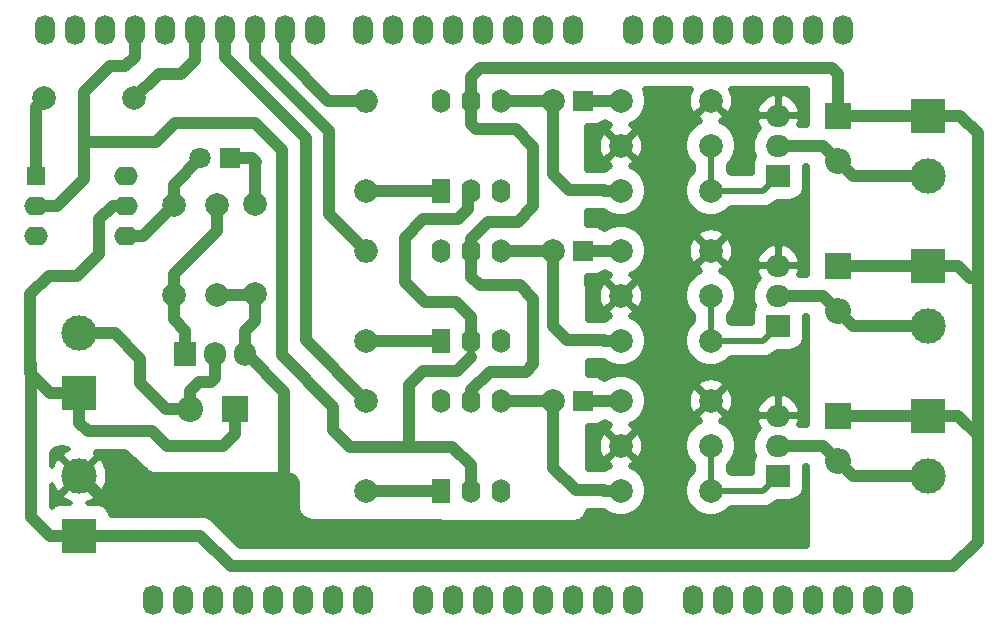
<source format=gbr>
G04 #@! TF.GenerationSoftware,KiCad,Pcbnew,(5.1.0)-1*
G04 #@! TF.CreationDate,2021-05-18T23:18:49-03:00*
G04 #@! TF.ProjectId,Arduino_Mega_Solenoid_Shield_r01,41726475-696e-46f5-9f4d-6567615f536f,rev?*
G04 #@! TF.SameCoordinates,Original*
G04 #@! TF.FileFunction,Copper,L2,Bot*
G04 #@! TF.FilePolarity,Positive*
%FSLAX46Y46*%
G04 Gerber Fmt 4.6, Leading zero omitted, Abs format (unit mm)*
G04 Created by KiCad (PCBNEW (5.1.0)-1) date 2021-05-18 23:18:49*
%MOMM*%
%LPD*%
G04 APERTURE LIST*
%ADD10O,2.000000X1.600000*%
%ADD11R,1.600000X1.600000*%
%ADD12C,2.000000*%
%ADD13O,1.905000X2.000000*%
%ADD14R,1.905000X2.000000*%
%ADD15C,3.000000*%
%ADD16R,3.000000X3.000000*%
%ADD17R,1.800000X1.800000*%
%ADD18C,1.800000*%
%ADD19O,2.200000X2.200000*%
%ADD20R,2.200000X2.200000*%
%ADD21O,2.000000X2.000000*%
%ADD22R,1.600000X2.000000*%
%ADD23O,1.600000X2.000000*%
%ADD24O,1.727200X2.532000*%
%ADD25R,2.000000X1.905000*%
%ADD26O,2.000000X1.905000*%
%ADD27C,1.000000*%
%ADD28C,0.500000*%
G04 APERTURE END LIST*
D10*
X129057400Y-83210400D03*
X121437400Y-88290400D03*
X129057400Y-85750400D03*
X121437400Y-85750400D03*
X129057400Y-88290400D03*
D11*
X121437400Y-83210400D03*
D12*
X139954000Y-85623400D03*
X139954000Y-93243400D03*
X136753600Y-85648800D03*
X136753600Y-93268800D03*
X133121400Y-85648800D03*
X133121400Y-93268800D03*
X129768600Y-76657200D03*
X122148600Y-76657200D03*
D13*
X139166600Y-98323400D03*
X136626600Y-98323400D03*
D14*
X134086600Y-98323400D03*
D15*
X125120400Y-96545400D03*
D16*
X125120400Y-101625400D03*
D17*
X137871200Y-81737200D03*
D18*
X135331200Y-81737200D03*
D19*
X134518400Y-102971600D03*
D20*
X138328400Y-102971600D03*
D21*
X149377400Y-76835000D03*
D12*
X149377400Y-84455000D03*
D22*
X155727400Y-84455000D03*
D23*
X160807400Y-76835000D03*
X158267400Y-84455000D03*
X158267400Y-76835000D03*
X160807400Y-84455000D03*
X155727400Y-76835000D03*
D22*
X155727400Y-97155000D03*
D23*
X160807400Y-89535000D03*
X158267400Y-97155000D03*
X158267400Y-89535000D03*
X160807400Y-97155000D03*
X155727400Y-89535000D03*
X155727400Y-102235000D03*
X160807400Y-109855000D03*
X158267400Y-102235000D03*
X158267400Y-109855000D03*
X160807400Y-102235000D03*
D22*
X155727400Y-109855000D03*
D24*
X171958000Y-70866000D03*
X174498000Y-70866000D03*
X177038000Y-70866000D03*
X179578000Y-70866000D03*
X182118000Y-70866000D03*
X184658000Y-70866000D03*
X187198000Y-70866000D03*
X189738000Y-70866000D03*
X149098000Y-70866000D03*
X151638000Y-70866000D03*
X154178000Y-70866000D03*
X156718000Y-70866000D03*
X159258000Y-70866000D03*
X161798000Y-70866000D03*
X164338000Y-70866000D03*
X166878000Y-70866000D03*
X122174000Y-70866000D03*
X124714000Y-70866000D03*
X127254000Y-70866000D03*
X129794000Y-70866000D03*
X132334000Y-70866000D03*
X134874000Y-70866000D03*
X137414000Y-70866000D03*
X139954000Y-70866000D03*
X142494000Y-70866000D03*
X145034000Y-70866000D03*
X177038000Y-119126000D03*
X179578000Y-119126000D03*
X182118000Y-119126000D03*
X184658000Y-119126000D03*
X187198000Y-119126000D03*
X189738000Y-119126000D03*
X192278000Y-119126000D03*
X194818000Y-119126000D03*
X154178000Y-119126000D03*
X156718000Y-119126000D03*
X159258000Y-119126000D03*
X161798000Y-119126000D03*
X164338000Y-119126000D03*
X166878000Y-119126000D03*
X169418000Y-119126000D03*
X171958000Y-119126000D03*
X131318000Y-119126000D03*
X133858000Y-119126000D03*
X136398000Y-119126000D03*
X138938000Y-119126000D03*
X141478000Y-119126000D03*
X144018000Y-119126000D03*
X146558000Y-119126000D03*
X149098000Y-119126000D03*
D19*
X189382400Y-107315000D03*
D20*
X189382400Y-103505000D03*
D19*
X189382400Y-94615000D03*
D20*
X189382400Y-90805000D03*
D19*
X189382400Y-81915000D03*
D20*
X189382400Y-78105000D03*
D12*
X178587400Y-106045000D03*
X170967400Y-106045000D03*
X178587400Y-93345000D03*
X170967400Y-93345000D03*
X178587400Y-80645000D03*
X170967400Y-80645000D03*
X170967400Y-109855000D03*
X178587400Y-109855000D03*
X170967400Y-97155000D03*
X178587400Y-97155000D03*
X170967400Y-84455000D03*
X178587400Y-84455000D03*
X170967400Y-102235000D03*
X178587400Y-102235000D03*
X170967400Y-89535000D03*
X178587400Y-89535000D03*
X170967400Y-76835000D03*
X178587400Y-76835000D03*
X149377400Y-102235000D03*
X149377400Y-109855000D03*
D21*
X149377400Y-89535000D03*
D12*
X149377400Y-97155000D03*
D17*
X167792400Y-76835000D03*
D12*
X165252400Y-76835000D03*
D17*
X167792400Y-89535000D03*
D12*
X165252400Y-89535000D03*
D17*
X167792400Y-102235000D03*
D12*
X165252400Y-102235000D03*
D16*
X197002400Y-78105000D03*
D15*
X197002400Y-83185000D03*
X197002400Y-95885000D03*
D16*
X197002400Y-90805000D03*
X197002400Y-103505000D03*
D15*
X197002400Y-108585000D03*
X125095000Y-108585000D03*
D16*
X125095000Y-113665000D03*
D25*
X184302400Y-83185000D03*
D26*
X184302400Y-80645000D03*
X184302400Y-78105000D03*
X184302400Y-90805000D03*
X184302400Y-93345000D03*
D25*
X184302400Y-95885000D03*
D26*
X184302400Y-103505000D03*
X184302400Y-106045000D03*
D25*
X184302400Y-108585000D03*
D27*
X139928600Y-93268800D02*
X139954000Y-93243400D01*
X136753600Y-93268800D02*
X139928600Y-93268800D01*
X139166600Y-96323400D02*
X139960600Y-95529400D01*
X139166600Y-98323400D02*
X139166600Y-96323400D01*
X139954000Y-95522800D02*
X139954000Y-93243400D01*
X139960600Y-95529400D02*
X139954000Y-95522800D01*
X139166600Y-98323400D02*
X139268200Y-98323400D01*
X139268200Y-98323400D02*
X142468600Y-101523800D01*
X125095000Y-108585000D02*
X126594999Y-110084999D01*
X142468600Y-101523800D02*
X142468600Y-109220000D01*
X142468600Y-109220000D02*
X142468600Y-112471200D01*
X134874000Y-73380600D02*
X134874000Y-70866000D01*
X133680200Y-74574400D02*
X134874000Y-73380600D01*
X129768600Y-76657200D02*
X131851400Y-74574400D01*
X131851400Y-74574400D02*
X133680200Y-74574400D01*
X137414000Y-73132000D02*
X144272000Y-79990000D01*
X137414000Y-70866000D02*
X137414000Y-73132000D01*
X144272000Y-97129600D02*
X149377400Y-102235000D01*
X144272000Y-79990000D02*
X144272000Y-97129600D01*
X139954000Y-73132000D02*
X146253200Y-79431200D01*
X139954000Y-70866000D02*
X139954000Y-73132000D01*
X146253200Y-86410800D02*
X149377400Y-89535000D01*
X146253200Y-79431200D02*
X146253200Y-86410800D01*
X147963187Y-76835000D02*
X149377400Y-76835000D01*
X146197000Y-76835000D02*
X147963187Y-76835000D01*
X142494000Y-73132000D02*
X146197000Y-76835000D01*
X142494000Y-70866000D02*
X142494000Y-73132000D01*
X170967400Y-76835000D02*
X167792400Y-76835000D01*
X160807400Y-76835000D02*
X165252400Y-76835000D01*
X169553187Y-84455000D02*
X169527787Y-84429600D01*
X170967400Y-84455000D02*
X169553187Y-84455000D01*
X169527787Y-84429600D02*
X166598600Y-84429600D01*
X165252400Y-83083400D02*
X165252400Y-76835000D01*
X166598600Y-84429600D02*
X165252400Y-83083400D01*
X170967400Y-89535000D02*
X167792400Y-89535000D01*
X160807400Y-89535000D02*
X165252400Y-89535000D01*
X169553187Y-97155000D02*
X169527787Y-97129600D01*
X170967400Y-97155000D02*
X169553187Y-97155000D01*
X169527787Y-97129600D02*
X166420800Y-97129600D01*
X165252400Y-95961200D02*
X165252400Y-89535000D01*
X166420800Y-97129600D02*
X165252400Y-95961200D01*
X170967400Y-102235000D02*
X167792400Y-102235000D01*
X160807400Y-102235000D02*
X165252400Y-102235000D01*
X169553187Y-109855000D02*
X169502387Y-109804200D01*
X170967400Y-109855000D02*
X169553187Y-109855000D01*
X169502387Y-109804200D02*
X167132000Y-109804200D01*
X165252400Y-107924600D02*
X165252400Y-102235000D01*
X167132000Y-109804200D02*
X165252400Y-107924600D01*
X188112400Y-80645000D02*
X189382400Y-81915000D01*
X184302400Y-80645000D02*
X188112400Y-80645000D01*
X190652400Y-83185000D02*
X197002400Y-83185000D01*
X189382400Y-81915000D02*
X190652400Y-83185000D01*
X138328400Y-105071600D02*
X138328400Y-102971600D01*
X125120400Y-101625400D02*
X125120400Y-104125400D01*
X125120400Y-104125400D02*
X125846200Y-104851200D01*
X125846200Y-104851200D02*
X131292600Y-104851200D01*
X131292600Y-104851200D02*
X132537200Y-106095800D01*
X132537200Y-106095800D02*
X137304200Y-106095800D01*
X137304200Y-106095800D02*
X138328400Y-105071600D01*
X122620400Y-101625400D02*
X125120400Y-101625400D01*
X120929400Y-99934400D02*
X122620400Y-101625400D01*
X129057400Y-85750400D02*
X127926030Y-85750400D01*
X127926030Y-85750400D02*
X126771400Y-86905030D01*
X126771400Y-86905030D02*
X126771400Y-89789000D01*
X126771400Y-89789000D02*
X124891800Y-91668600D01*
X124891800Y-91668600D02*
X122504200Y-91668600D01*
X122504200Y-91668600D02*
X120929400Y-93243400D01*
X199502400Y-103505000D02*
X197002400Y-103505000D01*
X125095000Y-113665000D02*
X135356600Y-113665000D01*
X135356600Y-113665000D02*
X137972800Y-116281200D01*
X137972800Y-116281200D02*
X199059800Y-116281200D01*
X199059800Y-116281200D02*
X201168000Y-114173000D01*
X201168000Y-114173000D02*
X201168000Y-105170600D01*
X201168000Y-105170600D02*
X199502400Y-103505000D01*
X197002400Y-103505000D02*
X189382400Y-103505000D01*
X199669400Y-78105000D02*
X189382400Y-78105000D01*
X201168000Y-79603600D02*
X199669400Y-78105000D01*
X189382400Y-90805000D02*
X197002400Y-90805000D01*
X200518400Y-91821000D02*
X201168000Y-91821000D01*
X199502400Y-90805000D02*
X200518400Y-91821000D01*
X197002400Y-90805000D02*
X199502400Y-90805000D01*
X201168000Y-105170600D02*
X201168000Y-91821000D01*
X201168000Y-91821000D02*
X201168000Y-79603600D01*
X122595000Y-113665000D02*
X121031000Y-112101000D01*
X125095000Y-113665000D02*
X122595000Y-113665000D01*
X121031000Y-99110800D02*
X120929400Y-99009200D01*
X121031000Y-112101000D02*
X121031000Y-99110800D01*
X120929400Y-93243400D02*
X120929400Y-99009200D01*
X120929400Y-99009200D02*
X120929400Y-99934400D01*
X158267400Y-91535000D02*
X158267400Y-89535000D01*
X158267400Y-91744800D02*
X158267400Y-91535000D01*
X159004000Y-92481400D02*
X158267400Y-91744800D01*
X162382200Y-92481400D02*
X159004000Y-92481400D01*
X158267400Y-101371400D02*
X159842200Y-99796600D01*
X159842200Y-99796600D02*
X162915600Y-99796600D01*
X158267400Y-102235000D02*
X158267400Y-101371400D01*
X162915600Y-99796600D02*
X163550600Y-99161600D01*
X163550600Y-99161600D02*
X163550600Y-93649800D01*
X163550600Y-93649800D02*
X162382200Y-92481400D01*
X158267400Y-78835000D02*
X158267400Y-76835000D01*
X158705800Y-79273400D02*
X158267400Y-78835000D01*
X158267400Y-89535000D02*
X158267400Y-88569800D01*
X158267400Y-88569800D02*
X159740600Y-87096600D01*
X162077400Y-79273400D02*
X158705800Y-79273400D01*
X159740600Y-87096600D02*
X162255200Y-87096600D01*
X162255200Y-87096600D02*
X163550600Y-85801200D01*
X163550600Y-85801200D02*
X163550600Y-80746600D01*
X163550600Y-80746600D02*
X162077400Y-79273400D01*
X158267400Y-74835000D02*
X159036000Y-74066400D01*
X158267400Y-76835000D02*
X158267400Y-74835000D01*
X159036000Y-74066400D02*
X188823600Y-74066400D01*
X189382400Y-74625200D02*
X189382400Y-78105000D01*
X188823600Y-74066400D02*
X189382400Y-74625200D01*
X190652400Y-95885000D02*
X189382400Y-94615000D01*
X197002400Y-95885000D02*
X190652400Y-95885000D01*
X188112400Y-93345000D02*
X189382400Y-94615000D01*
X184302400Y-93345000D02*
X188112400Y-93345000D01*
X190652400Y-108585000D02*
X189382400Y-107315000D01*
X197002400Y-108585000D02*
X190652400Y-108585000D01*
X188112400Y-106045000D02*
X189382400Y-107315000D01*
X184302400Y-106045000D02*
X188112400Y-106045000D01*
D28*
X178587400Y-80645000D02*
X178587400Y-84455000D01*
X183032400Y-84455000D02*
X184302400Y-83185000D01*
X178587400Y-84455000D02*
X183032400Y-84455000D01*
X178587400Y-93345000D02*
X178587400Y-97155000D01*
X183032400Y-97155000D02*
X184302400Y-95885000D01*
X178587400Y-97155000D02*
X183032400Y-97155000D01*
X178587400Y-106045000D02*
X178587400Y-109855000D01*
X183032400Y-109855000D02*
X184302400Y-108585000D01*
X178587400Y-109855000D02*
X183032400Y-109855000D01*
D27*
X149377400Y-84455000D02*
X155727400Y-84455000D01*
X149377400Y-97155000D02*
X155727400Y-97155000D01*
X149377400Y-109855000D02*
X155727400Y-109855000D01*
X129794000Y-73132000D02*
X128986600Y-73939400D01*
X129794000Y-70866000D02*
X129794000Y-73132000D01*
X128986600Y-73939400D02*
X127685800Y-73939400D01*
X127685800Y-73939400D02*
X125526800Y-76098400D01*
X123215400Y-85750400D02*
X121437400Y-85750400D01*
X125526800Y-83439000D02*
X123215400Y-85750400D01*
X125526800Y-80314800D02*
X125526800Y-83439000D01*
X125526800Y-76098400D02*
X125526800Y-80314800D01*
X158267400Y-107721400D02*
X158267400Y-109855000D01*
X156692600Y-106146600D02*
X158267400Y-107721400D01*
X153035000Y-106146600D02*
X156692600Y-106146600D01*
X148031200Y-106146600D02*
X153035000Y-106146600D01*
X146608800Y-104724200D02*
X148031200Y-106146600D01*
X146608800Y-102768400D02*
X146608800Y-104724200D01*
X142240000Y-98399600D02*
X146608800Y-102768400D01*
X125526800Y-80314800D02*
X131597400Y-80314800D01*
X142240000Y-82143600D02*
X142240000Y-98399600D01*
X133172200Y-78740000D02*
X139954000Y-78740000D01*
X131597400Y-80314800D02*
X133172200Y-78740000D01*
X139954000Y-78740000D02*
X142265400Y-81051400D01*
X142265400Y-81051400D02*
X142265400Y-82118200D01*
X142265400Y-82118200D02*
X142240000Y-82143600D01*
X153035000Y-100888800D02*
X154228800Y-99695000D01*
X153035000Y-106146600D02*
X153035000Y-100888800D01*
X154228800Y-99695000D02*
X156972000Y-99695000D01*
X156972000Y-99695000D02*
X157073600Y-99695000D01*
X157073600Y-99695000D02*
X158242000Y-98526600D01*
X158267400Y-95155000D02*
X156990800Y-93878400D01*
X158267400Y-97155000D02*
X158267400Y-95155000D01*
X156990800Y-93878400D02*
X154355800Y-93878400D01*
X154355800Y-93878400D02*
X152654000Y-92176600D01*
X152654000Y-92176600D02*
X152654000Y-88468200D01*
X152654000Y-88468200D02*
X154228800Y-86893400D01*
X154228800Y-86893400D02*
X157175200Y-86893400D01*
X157175200Y-86893400D02*
X158038800Y-86029800D01*
X158038800Y-84683600D02*
X158267400Y-84455000D01*
X158038800Y-86029800D02*
X158038800Y-84683600D01*
X136626600Y-100323400D02*
X136626600Y-98323400D01*
X136289800Y-100660200D02*
X136626600Y-100323400D01*
X135274166Y-100660200D02*
X136289800Y-100660200D01*
X134518400Y-101415966D02*
X135274166Y-100660200D01*
X134518400Y-102971600D02*
X134518400Y-101415966D01*
X132435600Y-102971600D02*
X134518400Y-102971600D01*
X130225800Y-100761800D02*
X132435600Y-102971600D01*
X130225800Y-98679000D02*
X130225800Y-100761800D01*
X125120400Y-96545400D02*
X128092200Y-96545400D01*
X128092200Y-96545400D02*
X130225800Y-98679000D01*
X130479800Y-88290400D02*
X133121400Y-85648800D01*
X129057400Y-88290400D02*
X130479800Y-88290400D01*
X133121400Y-83947000D02*
X135331200Y-81737200D01*
X133121400Y-85648800D02*
X133121400Y-83947000D01*
X139771200Y-81737200D02*
X140055600Y-82021600D01*
X137871200Y-81737200D02*
X139771200Y-81737200D01*
X139954000Y-82123200D02*
X139954000Y-85623400D01*
X140055600Y-82021600D02*
X139954000Y-82123200D01*
X133121400Y-93268800D02*
X133121400Y-91490800D01*
X136753600Y-86780170D02*
X136753600Y-85648800D01*
X136753600Y-87858600D02*
X136753600Y-86780170D01*
X133121400Y-91490800D02*
X136753600Y-87858600D01*
X133121400Y-95358200D02*
X133121400Y-93268800D01*
X134086600Y-98323400D02*
X134086600Y-96323400D01*
X134086600Y-96323400D02*
X133121400Y-95358200D01*
X121437400Y-77368400D02*
X122148600Y-76657200D01*
X121437400Y-83210400D02*
X121437400Y-77368400D01*
D28*
G36*
X176787599Y-76060338D02*
G01*
X176671053Y-76426347D01*
X176628151Y-76808060D01*
X176660542Y-77190808D01*
X176766980Y-77559883D01*
X176943377Y-77901101D01*
X176973311Y-77945901D01*
X177334966Y-78016723D01*
X178516689Y-76835000D01*
X178502547Y-76820858D01*
X178573258Y-76750147D01*
X178587400Y-76764289D01*
X178601542Y-76750147D01*
X178672253Y-76820858D01*
X178658111Y-76835000D01*
X179839834Y-78016723D01*
X180201489Y-77945901D01*
X180305214Y-77758102D01*
X182384294Y-77758102D01*
X182590651Y-78055000D01*
X184252400Y-78055000D01*
X184252400Y-76440033D01*
X184352400Y-76440033D01*
X184352400Y-78055000D01*
X186014149Y-78055000D01*
X186220506Y-77758102D01*
X186200385Y-77663310D01*
X186078659Y-77310785D01*
X185890498Y-76988781D01*
X185643132Y-76709673D01*
X185346068Y-76484187D01*
X185010722Y-76320988D01*
X184649981Y-76226347D01*
X184352400Y-76440033D01*
X184252400Y-76440033D01*
X183954819Y-76226347D01*
X183594078Y-76320988D01*
X183258732Y-76484187D01*
X182961668Y-76709673D01*
X182714302Y-76988781D01*
X182526141Y-77310785D01*
X182404415Y-77663310D01*
X182384294Y-77758102D01*
X180305214Y-77758102D01*
X180387201Y-77609662D01*
X180503747Y-77243653D01*
X180546649Y-76861940D01*
X180514258Y-76479192D01*
X180407820Y-76110117D01*
X180255979Y-75816400D01*
X186694000Y-75816400D01*
X186694000Y-78895000D01*
X186080114Y-78895000D01*
X186200385Y-78546690D01*
X186220506Y-78451898D01*
X186014149Y-78155000D01*
X184352400Y-78155000D01*
X184352400Y-78175000D01*
X184252400Y-78175000D01*
X184252400Y-78155000D01*
X182590651Y-78155000D01*
X182384294Y-78451898D01*
X182404415Y-78546690D01*
X182526141Y-78899215D01*
X182656000Y-79121445D01*
X182414728Y-79415436D01*
X182210210Y-79798062D01*
X182084269Y-80213235D01*
X182041744Y-80645000D01*
X182084269Y-81076765D01*
X182210210Y-81491938D01*
X182245544Y-81558044D01*
X182141963Y-81751831D01*
X182070487Y-81987457D01*
X182046352Y-82232500D01*
X182046352Y-82955000D01*
X180269381Y-82955000D01*
X180087400Y-82773019D01*
X180087400Y-82326981D01*
X180335089Y-82079292D01*
X180581324Y-81710775D01*
X180750934Y-81301301D01*
X180837400Y-80866606D01*
X180837400Y-80423394D01*
X180750934Y-79988699D01*
X180581324Y-79579225D01*
X180335089Y-79210708D01*
X180021692Y-78897311D01*
X179653175Y-78651076D01*
X179468587Y-78574617D01*
X179653501Y-78479023D01*
X179698301Y-78449089D01*
X179769123Y-78087434D01*
X178587400Y-76905711D01*
X177405677Y-78087434D01*
X177476499Y-78449089D01*
X177704818Y-78575195D01*
X177521625Y-78651076D01*
X177153108Y-78897311D01*
X176839711Y-79210708D01*
X176593476Y-79579225D01*
X176423866Y-79988699D01*
X176337400Y-80423394D01*
X176337400Y-80866606D01*
X176423866Y-81301301D01*
X176593476Y-81710775D01*
X176839711Y-82079292D01*
X177087400Y-82326981D01*
X177087401Y-82773018D01*
X176839711Y-83020708D01*
X176593476Y-83389225D01*
X176423866Y-83798699D01*
X176337400Y-84233394D01*
X176337400Y-84676606D01*
X176423866Y-85111301D01*
X176593476Y-85520775D01*
X176839711Y-85889292D01*
X177153108Y-86202689D01*
X177521625Y-86448924D01*
X177931099Y-86618534D01*
X178365794Y-86705000D01*
X178809006Y-86705000D01*
X179243701Y-86618534D01*
X179653175Y-86448924D01*
X180021692Y-86202689D01*
X180269381Y-85955000D01*
X182958720Y-85955000D01*
X183032400Y-85962257D01*
X183106080Y-85955000D01*
X183326451Y-85933295D01*
X183609202Y-85847524D01*
X183869787Y-85708238D01*
X184098192Y-85520792D01*
X184145169Y-85463550D01*
X184215171Y-85393548D01*
X185302400Y-85393548D01*
X185547443Y-85369413D01*
X185783069Y-85297937D01*
X186000223Y-85181866D01*
X186190560Y-85025660D01*
X186346766Y-84835323D01*
X186462837Y-84618169D01*
X186534313Y-84382543D01*
X186558448Y-84137500D01*
X186558448Y-82395000D01*
X186694000Y-82395000D01*
X186694000Y-91595000D01*
X186080114Y-91595000D01*
X186200385Y-91246690D01*
X186220506Y-91151898D01*
X186014149Y-90855000D01*
X184352400Y-90855000D01*
X184352400Y-90875000D01*
X184252400Y-90875000D01*
X184252400Y-90855000D01*
X182590651Y-90855000D01*
X182384294Y-91151898D01*
X182404415Y-91246690D01*
X182526141Y-91599215D01*
X182656000Y-91821445D01*
X182414728Y-92115436D01*
X182210210Y-92498062D01*
X182084269Y-92913235D01*
X182041744Y-93345000D01*
X182084269Y-93776765D01*
X182210210Y-94191938D01*
X182245544Y-94258044D01*
X182141963Y-94451831D01*
X182070487Y-94687457D01*
X182046352Y-94932500D01*
X182046352Y-95655000D01*
X180269381Y-95655000D01*
X180087400Y-95473019D01*
X180087400Y-95026981D01*
X180335089Y-94779292D01*
X180581324Y-94410775D01*
X180750934Y-94001301D01*
X180837400Y-93566606D01*
X180837400Y-93123394D01*
X180750934Y-92688699D01*
X180581324Y-92279225D01*
X180335089Y-91910708D01*
X180021692Y-91597311D01*
X179653175Y-91351076D01*
X179468587Y-91274617D01*
X179653501Y-91179023D01*
X179698301Y-91149089D01*
X179769123Y-90787434D01*
X178587400Y-89605711D01*
X177405677Y-90787434D01*
X177476499Y-91149089D01*
X177704818Y-91275195D01*
X177521625Y-91351076D01*
X177153108Y-91597311D01*
X176839711Y-91910708D01*
X176593476Y-92279225D01*
X176423866Y-92688699D01*
X176337400Y-93123394D01*
X176337400Y-93566606D01*
X176423866Y-94001301D01*
X176593476Y-94410775D01*
X176839711Y-94779292D01*
X177087400Y-95026981D01*
X177087401Y-95473018D01*
X176839711Y-95720708D01*
X176593476Y-96089225D01*
X176423866Y-96498699D01*
X176337400Y-96933394D01*
X176337400Y-97376606D01*
X176423866Y-97811301D01*
X176593476Y-98220775D01*
X176839711Y-98589292D01*
X177153108Y-98902689D01*
X177521625Y-99148924D01*
X177931099Y-99318534D01*
X178365794Y-99405000D01*
X178809006Y-99405000D01*
X179243701Y-99318534D01*
X179653175Y-99148924D01*
X180021692Y-98902689D01*
X180269381Y-98655000D01*
X182958720Y-98655000D01*
X183032400Y-98662257D01*
X183106080Y-98655000D01*
X183326451Y-98633295D01*
X183609202Y-98547524D01*
X183869787Y-98408238D01*
X184098192Y-98220792D01*
X184145169Y-98163550D01*
X184215171Y-98093548D01*
X185302400Y-98093548D01*
X185547443Y-98069413D01*
X185783069Y-97997937D01*
X186000223Y-97881866D01*
X186190560Y-97725660D01*
X186346766Y-97535323D01*
X186462837Y-97318169D01*
X186534313Y-97082543D01*
X186558448Y-96837500D01*
X186558448Y-95095000D01*
X186694000Y-95095000D01*
X186694000Y-104295000D01*
X186080114Y-104295000D01*
X186200385Y-103946690D01*
X186220506Y-103851898D01*
X186014149Y-103555000D01*
X184352400Y-103555000D01*
X184352400Y-103575000D01*
X184252400Y-103575000D01*
X184252400Y-103555000D01*
X182590651Y-103555000D01*
X182384294Y-103851898D01*
X182404415Y-103946690D01*
X182526141Y-104299215D01*
X182656000Y-104521445D01*
X182414728Y-104815436D01*
X182210210Y-105198062D01*
X182084269Y-105613235D01*
X182041744Y-106045000D01*
X182084269Y-106476765D01*
X182210210Y-106891938D01*
X182245544Y-106958044D01*
X182141963Y-107151831D01*
X182070487Y-107387457D01*
X182046352Y-107632500D01*
X182046352Y-108355000D01*
X180269381Y-108355000D01*
X180087400Y-108173019D01*
X180087400Y-107726981D01*
X180335089Y-107479292D01*
X180581324Y-107110775D01*
X180750934Y-106701301D01*
X180837400Y-106266606D01*
X180837400Y-105823394D01*
X180750934Y-105388699D01*
X180581324Y-104979225D01*
X180335089Y-104610708D01*
X180021692Y-104297311D01*
X179653175Y-104051076D01*
X179468587Y-103974617D01*
X179653501Y-103879023D01*
X179698301Y-103849089D01*
X179769123Y-103487434D01*
X178587400Y-102305711D01*
X177405677Y-103487434D01*
X177476499Y-103849089D01*
X177704818Y-103975195D01*
X177521625Y-104051076D01*
X177153108Y-104297311D01*
X176839711Y-104610708D01*
X176593476Y-104979225D01*
X176423866Y-105388699D01*
X176337400Y-105823394D01*
X176337400Y-106266606D01*
X176423866Y-106701301D01*
X176593476Y-107110775D01*
X176839711Y-107479292D01*
X177087400Y-107726981D01*
X177087401Y-108173018D01*
X176839711Y-108420708D01*
X176593476Y-108789225D01*
X176423866Y-109198699D01*
X176337400Y-109633394D01*
X176337400Y-110076606D01*
X176423866Y-110511301D01*
X176593476Y-110920775D01*
X176839711Y-111289292D01*
X177153108Y-111602689D01*
X177521625Y-111848924D01*
X177931099Y-112018534D01*
X178365794Y-112105000D01*
X178809006Y-112105000D01*
X179243701Y-112018534D01*
X179653175Y-111848924D01*
X180021692Y-111602689D01*
X180269381Y-111355000D01*
X182958720Y-111355000D01*
X183032400Y-111362257D01*
X183106080Y-111355000D01*
X183326451Y-111333295D01*
X183609202Y-111247524D01*
X183869787Y-111108238D01*
X184098192Y-110920792D01*
X184145169Y-110863550D01*
X184215171Y-110793548D01*
X185302400Y-110793548D01*
X185547443Y-110769413D01*
X185783069Y-110697937D01*
X186000223Y-110581866D01*
X186190560Y-110425660D01*
X186346766Y-110235323D01*
X186462837Y-110018169D01*
X186534313Y-109782543D01*
X186558448Y-109537500D01*
X186558448Y-107795000D01*
X186694000Y-107795000D01*
X186694000Y-114531200D01*
X138697673Y-114531200D01*
X136654829Y-112488356D01*
X136600024Y-112421576D01*
X136333552Y-112202888D01*
X136029536Y-112040388D01*
X135699660Y-111940321D01*
X135442568Y-111915000D01*
X135442565Y-111915000D01*
X135356600Y-111906533D01*
X135270635Y-111915000D01*
X127825409Y-111915000D01*
X127755437Y-111684331D01*
X127639366Y-111467177D01*
X127483160Y-111276840D01*
X127292823Y-111120634D01*
X127075669Y-111004563D01*
X126840043Y-110933087D01*
X126595000Y-110908952D01*
X125880505Y-110908952D01*
X125993825Y-110876910D01*
X126423683Y-110657520D01*
X126501293Y-110605661D01*
X126632104Y-110192814D01*
X125095000Y-108655711D01*
X123557896Y-110192814D01*
X123688707Y-110605661D01*
X124109940Y-110841189D01*
X124318974Y-110908952D01*
X123595000Y-110908952D01*
X123349957Y-110933087D01*
X123114331Y-111004563D01*
X122897177Y-111120634D01*
X122781000Y-111215978D01*
X122781000Y-109405702D01*
X122803090Y-109483825D01*
X123022480Y-109913683D01*
X123074339Y-109991293D01*
X123487186Y-110122104D01*
X125024289Y-108585000D01*
X125165711Y-108585000D01*
X126702814Y-110122104D01*
X127115661Y-109991293D01*
X127351189Y-109570060D01*
X127500013Y-109110971D01*
X127556413Y-108631670D01*
X127518223Y-108150576D01*
X127386910Y-107686175D01*
X127167520Y-107256317D01*
X127115661Y-107178707D01*
X126702814Y-107047896D01*
X125165711Y-108585000D01*
X125024289Y-108585000D01*
X123487186Y-107047896D01*
X123074339Y-107178707D01*
X122838811Y-107599940D01*
X122781000Y-107778274D01*
X122781000Y-106860500D01*
X122815384Y-106747628D01*
X122885831Y-106616919D01*
X122980685Y-106502682D01*
X123096215Y-106409408D01*
X123227875Y-106340768D01*
X123370498Y-106299455D01*
X123530908Y-106286060D01*
X124189309Y-106296594D01*
X123766317Y-106512480D01*
X123688707Y-106564339D01*
X123557896Y-106977186D01*
X125095000Y-108514289D01*
X126632104Y-106977186D01*
X126512972Y-106601200D01*
X128997931Y-106601200D01*
X130730089Y-108239219D01*
X130748032Y-108254645D01*
X130897084Y-108370992D01*
X130936929Y-108396425D01*
X131105218Y-108482636D01*
X131149141Y-108500115D01*
X131330649Y-108553105D01*
X131377074Y-108562003D01*
X131565312Y-108579880D01*
X131588948Y-108581000D01*
X142777119Y-108581000D01*
X142935483Y-108596598D01*
X143075950Y-108639207D01*
X143205404Y-108708402D01*
X143318875Y-108801525D01*
X143411998Y-108914996D01*
X143481193Y-109044450D01*
X143523802Y-109184917D01*
X143539400Y-109343281D01*
X143539400Y-111246788D01*
X143540597Y-111271226D01*
X143559709Y-111465802D01*
X143569220Y-111513747D01*
X143625827Y-111700885D01*
X143644485Y-111746062D01*
X143736423Y-111918609D01*
X143763513Y-111959292D01*
X143887267Y-112110653D01*
X143921757Y-112145288D01*
X144072597Y-112269676D01*
X144113166Y-112296937D01*
X144285325Y-112389598D01*
X144330423Y-112408445D01*
X144517322Y-112465837D01*
X144565226Y-112475549D01*
X144759720Y-112495478D01*
X144784154Y-112496778D01*
X166984918Y-112589960D01*
X167009575Y-112588845D01*
X167205922Y-112570220D01*
X167254312Y-112560745D01*
X167443184Y-112503945D01*
X167488771Y-112485158D01*
X167662822Y-112392394D01*
X167703835Y-112365026D01*
X167856294Y-112239906D01*
X167891139Y-112205019D01*
X168016076Y-112052410D01*
X168043395Y-112011364D01*
X168135950Y-111837202D01*
X168154683Y-111791591D01*
X168211255Y-111602651D01*
X168220671Y-111554253D01*
X168220676Y-111554200D01*
X169126134Y-111554200D01*
X169210127Y-111579679D01*
X169467219Y-111605000D01*
X169467221Y-111605000D01*
X169548556Y-111613011D01*
X169901625Y-111848924D01*
X170311099Y-112018534D01*
X170745794Y-112105000D01*
X171189006Y-112105000D01*
X171623701Y-112018534D01*
X172033175Y-111848924D01*
X172401692Y-111602689D01*
X172715089Y-111289292D01*
X172961324Y-110920775D01*
X173130934Y-110511301D01*
X173217400Y-110076606D01*
X173217400Y-109633394D01*
X173130934Y-109198699D01*
X172961324Y-108789225D01*
X172715089Y-108420708D01*
X172401692Y-108107311D01*
X172033175Y-107861076D01*
X171848587Y-107784617D01*
X172033501Y-107689023D01*
X172078301Y-107659089D01*
X172149123Y-107297434D01*
X170967400Y-106115711D01*
X169785677Y-107297434D01*
X169856499Y-107659089D01*
X170084818Y-107785195D01*
X169901625Y-107861076D01*
X169609480Y-108056281D01*
X169588355Y-108054200D01*
X169588352Y-108054200D01*
X169502387Y-108045733D01*
X169416422Y-108054200D01*
X168222445Y-108054200D01*
X168211454Y-106018060D01*
X169008151Y-106018060D01*
X169040542Y-106400808D01*
X169146980Y-106769883D01*
X169323377Y-107111101D01*
X169353311Y-107155901D01*
X169714966Y-107226723D01*
X170896689Y-106045000D01*
X171038111Y-106045000D01*
X172219834Y-107226723D01*
X172581489Y-107155901D01*
X172767201Y-106819662D01*
X172883747Y-106453653D01*
X172926649Y-106071940D01*
X172894258Y-105689192D01*
X172787820Y-105320117D01*
X172611423Y-104978899D01*
X172581489Y-104934099D01*
X172219834Y-104863277D01*
X171038111Y-106045000D01*
X170896689Y-106045000D01*
X169714966Y-104863277D01*
X169353311Y-104934099D01*
X169167599Y-105270338D01*
X169051053Y-105636347D01*
X169008151Y-106018060D01*
X168211454Y-106018060D01*
X168202671Y-104391048D01*
X168692400Y-104391048D01*
X168937443Y-104366913D01*
X169173069Y-104295437D01*
X169390223Y-104179366D01*
X169580560Y-104023160D01*
X169585206Y-104017499D01*
X169901625Y-104228924D01*
X170086213Y-104305383D01*
X169901299Y-104400977D01*
X169856499Y-104430911D01*
X169785677Y-104792566D01*
X170967400Y-105974289D01*
X172149123Y-104792566D01*
X172078301Y-104430911D01*
X171849982Y-104304805D01*
X172033175Y-104228924D01*
X172401692Y-103982689D01*
X172715089Y-103669292D01*
X172961324Y-103300775D01*
X173130934Y-102891301D01*
X173217400Y-102456606D01*
X173217400Y-102208060D01*
X176628151Y-102208060D01*
X176660542Y-102590808D01*
X176766980Y-102959883D01*
X176943377Y-103301101D01*
X176973311Y-103345901D01*
X177334966Y-103416723D01*
X178516689Y-102235000D01*
X178658111Y-102235000D01*
X179839834Y-103416723D01*
X180201489Y-103345901D01*
X180305214Y-103158102D01*
X182384294Y-103158102D01*
X182590651Y-103455000D01*
X184252400Y-103455000D01*
X184252400Y-101840033D01*
X184352400Y-101840033D01*
X184352400Y-103455000D01*
X186014149Y-103455000D01*
X186220506Y-103158102D01*
X186200385Y-103063310D01*
X186078659Y-102710785D01*
X185890498Y-102388781D01*
X185643132Y-102109673D01*
X185346068Y-101884187D01*
X185010722Y-101720988D01*
X184649981Y-101626347D01*
X184352400Y-101840033D01*
X184252400Y-101840033D01*
X183954819Y-101626347D01*
X183594078Y-101720988D01*
X183258732Y-101884187D01*
X182961668Y-102109673D01*
X182714302Y-102388781D01*
X182526141Y-102710785D01*
X182404415Y-103063310D01*
X182384294Y-103158102D01*
X180305214Y-103158102D01*
X180387201Y-103009662D01*
X180503747Y-102643653D01*
X180546649Y-102261940D01*
X180514258Y-101879192D01*
X180407820Y-101510117D01*
X180231423Y-101168899D01*
X180201489Y-101124099D01*
X179839834Y-101053277D01*
X178658111Y-102235000D01*
X178516689Y-102235000D01*
X177334966Y-101053277D01*
X176973311Y-101124099D01*
X176787599Y-101460338D01*
X176671053Y-101826347D01*
X176628151Y-102208060D01*
X173217400Y-102208060D01*
X173217400Y-102013394D01*
X173130934Y-101578699D01*
X172961324Y-101169225D01*
X172836603Y-100982566D01*
X177405677Y-100982566D01*
X178587400Y-102164289D01*
X179769123Y-100982566D01*
X179698301Y-100620911D01*
X179362062Y-100435199D01*
X178996053Y-100318653D01*
X178614340Y-100275751D01*
X178231592Y-100308142D01*
X177862517Y-100414580D01*
X177521299Y-100590977D01*
X177476499Y-100620911D01*
X177405677Y-100982566D01*
X172836603Y-100982566D01*
X172715089Y-100800708D01*
X172401692Y-100487311D01*
X172033175Y-100241076D01*
X171623701Y-100071466D01*
X171189006Y-99985000D01*
X170745794Y-99985000D01*
X170311099Y-100071466D01*
X169901625Y-100241076D01*
X169585206Y-100452501D01*
X169580560Y-100446840D01*
X169390223Y-100290634D01*
X169173069Y-100174563D01*
X168937443Y-100103087D01*
X168692400Y-100078952D01*
X168179394Y-100078952D01*
X168172920Y-98879600D01*
X169209867Y-98879600D01*
X169210127Y-98879679D01*
X169467219Y-98905000D01*
X169467221Y-98905000D01*
X169548556Y-98913011D01*
X169901625Y-99148924D01*
X170311099Y-99318534D01*
X170745794Y-99405000D01*
X171189006Y-99405000D01*
X171623701Y-99318534D01*
X172033175Y-99148924D01*
X172401692Y-98902689D01*
X172715089Y-98589292D01*
X172961324Y-98220775D01*
X173130934Y-97811301D01*
X173217400Y-97376606D01*
X173217400Y-96933394D01*
X173130934Y-96498699D01*
X172961324Y-96089225D01*
X172715089Y-95720708D01*
X172401692Y-95407311D01*
X172033175Y-95161076D01*
X171848587Y-95084617D01*
X172033501Y-94989023D01*
X172078301Y-94959089D01*
X172149123Y-94597434D01*
X170967400Y-93415711D01*
X169785677Y-94597434D01*
X169856499Y-94959089D01*
X170084818Y-95085195D01*
X169901625Y-95161076D01*
X169579613Y-95376237D01*
X169527787Y-95371133D01*
X169441822Y-95379600D01*
X168154027Y-95379600D01*
X168142899Y-93318060D01*
X169008151Y-93318060D01*
X169040542Y-93700808D01*
X169146980Y-94069883D01*
X169323377Y-94411101D01*
X169353311Y-94455901D01*
X169714966Y-94526723D01*
X170896689Y-93345000D01*
X171038111Y-93345000D01*
X172219834Y-94526723D01*
X172581489Y-94455901D01*
X172767201Y-94119662D01*
X172883747Y-93753653D01*
X172926649Y-93371940D01*
X172894258Y-92989192D01*
X172787820Y-92620117D01*
X172611423Y-92278899D01*
X172581489Y-92234099D01*
X172219834Y-92163277D01*
X171038111Y-93345000D01*
X170896689Y-93345000D01*
X169714966Y-92163277D01*
X169353311Y-92234099D01*
X169167599Y-92570338D01*
X169051053Y-92936347D01*
X169008151Y-93318060D01*
X168142899Y-93318060D01*
X168134115Y-91691048D01*
X168692400Y-91691048D01*
X168937443Y-91666913D01*
X169173069Y-91595437D01*
X169390223Y-91479366D01*
X169580560Y-91323160D01*
X169585206Y-91317499D01*
X169901625Y-91528924D01*
X170086213Y-91605383D01*
X169901299Y-91700977D01*
X169856499Y-91730911D01*
X169785677Y-92092566D01*
X170967400Y-93274289D01*
X172149123Y-92092566D01*
X172078301Y-91730911D01*
X171849982Y-91604805D01*
X172033175Y-91528924D01*
X172401692Y-91282689D01*
X172715089Y-90969292D01*
X172961324Y-90600775D01*
X173130934Y-90191301D01*
X173217400Y-89756606D01*
X173217400Y-89508060D01*
X176628151Y-89508060D01*
X176660542Y-89890808D01*
X176766980Y-90259883D01*
X176943377Y-90601101D01*
X176973311Y-90645901D01*
X177334966Y-90716723D01*
X178516689Y-89535000D01*
X178658111Y-89535000D01*
X179839834Y-90716723D01*
X180201489Y-90645901D01*
X180305214Y-90458102D01*
X182384294Y-90458102D01*
X182590651Y-90755000D01*
X184252400Y-90755000D01*
X184252400Y-89140033D01*
X184352400Y-89140033D01*
X184352400Y-90755000D01*
X186014149Y-90755000D01*
X186220506Y-90458102D01*
X186200385Y-90363310D01*
X186078659Y-90010785D01*
X185890498Y-89688781D01*
X185643132Y-89409673D01*
X185346068Y-89184187D01*
X185010722Y-89020988D01*
X184649981Y-88926347D01*
X184352400Y-89140033D01*
X184252400Y-89140033D01*
X183954819Y-88926347D01*
X183594078Y-89020988D01*
X183258732Y-89184187D01*
X182961668Y-89409673D01*
X182714302Y-89688781D01*
X182526141Y-90010785D01*
X182404415Y-90363310D01*
X182384294Y-90458102D01*
X180305214Y-90458102D01*
X180387201Y-90309662D01*
X180503747Y-89943653D01*
X180546649Y-89561940D01*
X180514258Y-89179192D01*
X180407820Y-88810117D01*
X180231423Y-88468899D01*
X180201489Y-88424099D01*
X179839834Y-88353277D01*
X178658111Y-89535000D01*
X178516689Y-89535000D01*
X177334966Y-88353277D01*
X176973311Y-88424099D01*
X176787599Y-88760338D01*
X176671053Y-89126347D01*
X176628151Y-89508060D01*
X173217400Y-89508060D01*
X173217400Y-89313394D01*
X173130934Y-88878699D01*
X172961324Y-88469225D01*
X172836603Y-88282566D01*
X177405677Y-88282566D01*
X178587400Y-89464289D01*
X179769123Y-88282566D01*
X179698301Y-87920911D01*
X179362062Y-87735199D01*
X178996053Y-87618653D01*
X178614340Y-87575751D01*
X178231592Y-87608142D01*
X177862517Y-87714580D01*
X177521299Y-87890977D01*
X177476499Y-87920911D01*
X177405677Y-88282566D01*
X172836603Y-88282566D01*
X172715089Y-88100708D01*
X172401692Y-87787311D01*
X172033175Y-87541076D01*
X171623701Y-87371466D01*
X171189006Y-87285000D01*
X170745794Y-87285000D01*
X170311099Y-87371466D01*
X169901625Y-87541076D01*
X169585206Y-87752501D01*
X169580560Y-87746840D01*
X169390223Y-87590634D01*
X169173069Y-87474563D01*
X168937443Y-87403087D01*
X168692400Y-87378952D01*
X168110838Y-87378952D01*
X168104364Y-86179600D01*
X169209867Y-86179600D01*
X169210127Y-86179679D01*
X169467219Y-86205000D01*
X169467221Y-86205000D01*
X169548556Y-86213011D01*
X169901625Y-86448924D01*
X170311099Y-86618534D01*
X170745794Y-86705000D01*
X171189006Y-86705000D01*
X171623701Y-86618534D01*
X172033175Y-86448924D01*
X172401692Y-86202689D01*
X172715089Y-85889292D01*
X172961324Y-85520775D01*
X173130934Y-85111301D01*
X173217400Y-84676606D01*
X173217400Y-84233394D01*
X173130934Y-83798699D01*
X172961324Y-83389225D01*
X172715089Y-83020708D01*
X172401692Y-82707311D01*
X172033175Y-82461076D01*
X171848587Y-82384617D01*
X172033501Y-82289023D01*
X172078301Y-82259089D01*
X172149123Y-81897434D01*
X170967400Y-80715711D01*
X169785677Y-81897434D01*
X169856499Y-82259089D01*
X170084818Y-82385195D01*
X169901625Y-82461076D01*
X169579613Y-82676237D01*
X169527787Y-82671133D01*
X169441822Y-82679600D01*
X168085471Y-82679600D01*
X168074343Y-80618060D01*
X169008151Y-80618060D01*
X169040542Y-81000808D01*
X169146980Y-81369883D01*
X169323377Y-81711101D01*
X169353311Y-81755901D01*
X169714966Y-81826723D01*
X170896689Y-80645000D01*
X171038111Y-80645000D01*
X172219834Y-81826723D01*
X172581489Y-81755901D01*
X172767201Y-81419662D01*
X172883747Y-81053653D01*
X172926649Y-80671940D01*
X172894258Y-80289192D01*
X172787820Y-79920117D01*
X172611423Y-79578899D01*
X172581489Y-79534099D01*
X172219834Y-79463277D01*
X171038111Y-80645000D01*
X170896689Y-80645000D01*
X169714966Y-79463277D01*
X169353311Y-79534099D01*
X169167599Y-79870338D01*
X169051053Y-80236347D01*
X169008151Y-80618060D01*
X168074343Y-80618060D01*
X168065559Y-78991048D01*
X168692400Y-78991048D01*
X168937443Y-78966913D01*
X169173069Y-78895437D01*
X169390223Y-78779366D01*
X169580560Y-78623160D01*
X169585206Y-78617499D01*
X169901625Y-78828924D01*
X170086213Y-78905383D01*
X169901299Y-79000977D01*
X169856499Y-79030911D01*
X169785677Y-79392566D01*
X170967400Y-80574289D01*
X172149123Y-79392566D01*
X172078301Y-79030911D01*
X171849982Y-78904805D01*
X172033175Y-78828924D01*
X172401692Y-78582689D01*
X172715089Y-78269292D01*
X172961324Y-77900775D01*
X173130934Y-77491301D01*
X173217400Y-77056606D01*
X173217400Y-76613394D01*
X173130934Y-76178699D01*
X172980865Y-75816400D01*
X176922331Y-75816400D01*
X176787599Y-76060338D01*
X176787599Y-76060338D01*
G37*
X176787599Y-76060338D02*
X176671053Y-76426347D01*
X176628151Y-76808060D01*
X176660542Y-77190808D01*
X176766980Y-77559883D01*
X176943377Y-77901101D01*
X176973311Y-77945901D01*
X177334966Y-78016723D01*
X178516689Y-76835000D01*
X178502547Y-76820858D01*
X178573258Y-76750147D01*
X178587400Y-76764289D01*
X178601542Y-76750147D01*
X178672253Y-76820858D01*
X178658111Y-76835000D01*
X179839834Y-78016723D01*
X180201489Y-77945901D01*
X180305214Y-77758102D01*
X182384294Y-77758102D01*
X182590651Y-78055000D01*
X184252400Y-78055000D01*
X184252400Y-76440033D01*
X184352400Y-76440033D01*
X184352400Y-78055000D01*
X186014149Y-78055000D01*
X186220506Y-77758102D01*
X186200385Y-77663310D01*
X186078659Y-77310785D01*
X185890498Y-76988781D01*
X185643132Y-76709673D01*
X185346068Y-76484187D01*
X185010722Y-76320988D01*
X184649981Y-76226347D01*
X184352400Y-76440033D01*
X184252400Y-76440033D01*
X183954819Y-76226347D01*
X183594078Y-76320988D01*
X183258732Y-76484187D01*
X182961668Y-76709673D01*
X182714302Y-76988781D01*
X182526141Y-77310785D01*
X182404415Y-77663310D01*
X182384294Y-77758102D01*
X180305214Y-77758102D01*
X180387201Y-77609662D01*
X180503747Y-77243653D01*
X180546649Y-76861940D01*
X180514258Y-76479192D01*
X180407820Y-76110117D01*
X180255979Y-75816400D01*
X186694000Y-75816400D01*
X186694000Y-78895000D01*
X186080114Y-78895000D01*
X186200385Y-78546690D01*
X186220506Y-78451898D01*
X186014149Y-78155000D01*
X184352400Y-78155000D01*
X184352400Y-78175000D01*
X184252400Y-78175000D01*
X184252400Y-78155000D01*
X182590651Y-78155000D01*
X182384294Y-78451898D01*
X182404415Y-78546690D01*
X182526141Y-78899215D01*
X182656000Y-79121445D01*
X182414728Y-79415436D01*
X182210210Y-79798062D01*
X182084269Y-80213235D01*
X182041744Y-80645000D01*
X182084269Y-81076765D01*
X182210210Y-81491938D01*
X182245544Y-81558044D01*
X182141963Y-81751831D01*
X182070487Y-81987457D01*
X182046352Y-82232500D01*
X182046352Y-82955000D01*
X180269381Y-82955000D01*
X180087400Y-82773019D01*
X180087400Y-82326981D01*
X180335089Y-82079292D01*
X180581324Y-81710775D01*
X180750934Y-81301301D01*
X180837400Y-80866606D01*
X180837400Y-80423394D01*
X180750934Y-79988699D01*
X180581324Y-79579225D01*
X180335089Y-79210708D01*
X180021692Y-78897311D01*
X179653175Y-78651076D01*
X179468587Y-78574617D01*
X179653501Y-78479023D01*
X179698301Y-78449089D01*
X179769123Y-78087434D01*
X178587400Y-76905711D01*
X177405677Y-78087434D01*
X177476499Y-78449089D01*
X177704818Y-78575195D01*
X177521625Y-78651076D01*
X177153108Y-78897311D01*
X176839711Y-79210708D01*
X176593476Y-79579225D01*
X176423866Y-79988699D01*
X176337400Y-80423394D01*
X176337400Y-80866606D01*
X176423866Y-81301301D01*
X176593476Y-81710775D01*
X176839711Y-82079292D01*
X177087400Y-82326981D01*
X177087401Y-82773018D01*
X176839711Y-83020708D01*
X176593476Y-83389225D01*
X176423866Y-83798699D01*
X176337400Y-84233394D01*
X176337400Y-84676606D01*
X176423866Y-85111301D01*
X176593476Y-85520775D01*
X176839711Y-85889292D01*
X177153108Y-86202689D01*
X177521625Y-86448924D01*
X177931099Y-86618534D01*
X178365794Y-86705000D01*
X178809006Y-86705000D01*
X179243701Y-86618534D01*
X179653175Y-86448924D01*
X180021692Y-86202689D01*
X180269381Y-85955000D01*
X182958720Y-85955000D01*
X183032400Y-85962257D01*
X183106080Y-85955000D01*
X183326451Y-85933295D01*
X183609202Y-85847524D01*
X183869787Y-85708238D01*
X184098192Y-85520792D01*
X184145169Y-85463550D01*
X184215171Y-85393548D01*
X185302400Y-85393548D01*
X185547443Y-85369413D01*
X185783069Y-85297937D01*
X186000223Y-85181866D01*
X186190560Y-85025660D01*
X186346766Y-84835323D01*
X186462837Y-84618169D01*
X186534313Y-84382543D01*
X186558448Y-84137500D01*
X186558448Y-82395000D01*
X186694000Y-82395000D01*
X186694000Y-91595000D01*
X186080114Y-91595000D01*
X186200385Y-91246690D01*
X186220506Y-91151898D01*
X186014149Y-90855000D01*
X184352400Y-90855000D01*
X184352400Y-90875000D01*
X184252400Y-90875000D01*
X184252400Y-90855000D01*
X182590651Y-90855000D01*
X182384294Y-91151898D01*
X182404415Y-91246690D01*
X182526141Y-91599215D01*
X182656000Y-91821445D01*
X182414728Y-92115436D01*
X182210210Y-92498062D01*
X182084269Y-92913235D01*
X182041744Y-93345000D01*
X182084269Y-93776765D01*
X182210210Y-94191938D01*
X182245544Y-94258044D01*
X182141963Y-94451831D01*
X182070487Y-94687457D01*
X182046352Y-94932500D01*
X182046352Y-95655000D01*
X180269381Y-95655000D01*
X180087400Y-95473019D01*
X180087400Y-95026981D01*
X180335089Y-94779292D01*
X180581324Y-94410775D01*
X180750934Y-94001301D01*
X180837400Y-93566606D01*
X180837400Y-93123394D01*
X180750934Y-92688699D01*
X180581324Y-92279225D01*
X180335089Y-91910708D01*
X180021692Y-91597311D01*
X179653175Y-91351076D01*
X179468587Y-91274617D01*
X179653501Y-91179023D01*
X179698301Y-91149089D01*
X179769123Y-90787434D01*
X178587400Y-89605711D01*
X177405677Y-90787434D01*
X177476499Y-91149089D01*
X177704818Y-91275195D01*
X177521625Y-91351076D01*
X177153108Y-91597311D01*
X176839711Y-91910708D01*
X176593476Y-92279225D01*
X176423866Y-92688699D01*
X176337400Y-93123394D01*
X176337400Y-93566606D01*
X176423866Y-94001301D01*
X176593476Y-94410775D01*
X176839711Y-94779292D01*
X177087400Y-95026981D01*
X177087401Y-95473018D01*
X176839711Y-95720708D01*
X176593476Y-96089225D01*
X176423866Y-96498699D01*
X176337400Y-96933394D01*
X176337400Y-97376606D01*
X176423866Y-97811301D01*
X176593476Y-98220775D01*
X176839711Y-98589292D01*
X177153108Y-98902689D01*
X177521625Y-99148924D01*
X177931099Y-99318534D01*
X178365794Y-99405000D01*
X178809006Y-99405000D01*
X179243701Y-99318534D01*
X179653175Y-99148924D01*
X180021692Y-98902689D01*
X180269381Y-98655000D01*
X182958720Y-98655000D01*
X183032400Y-98662257D01*
X183106080Y-98655000D01*
X183326451Y-98633295D01*
X183609202Y-98547524D01*
X183869787Y-98408238D01*
X184098192Y-98220792D01*
X184145169Y-98163550D01*
X184215171Y-98093548D01*
X185302400Y-98093548D01*
X185547443Y-98069413D01*
X185783069Y-97997937D01*
X186000223Y-97881866D01*
X186190560Y-97725660D01*
X186346766Y-97535323D01*
X186462837Y-97318169D01*
X186534313Y-97082543D01*
X186558448Y-96837500D01*
X186558448Y-95095000D01*
X186694000Y-95095000D01*
X186694000Y-104295000D01*
X186080114Y-104295000D01*
X186200385Y-103946690D01*
X186220506Y-103851898D01*
X186014149Y-103555000D01*
X184352400Y-103555000D01*
X184352400Y-103575000D01*
X184252400Y-103575000D01*
X184252400Y-103555000D01*
X182590651Y-103555000D01*
X182384294Y-103851898D01*
X182404415Y-103946690D01*
X182526141Y-104299215D01*
X182656000Y-104521445D01*
X182414728Y-104815436D01*
X182210210Y-105198062D01*
X182084269Y-105613235D01*
X182041744Y-106045000D01*
X182084269Y-106476765D01*
X182210210Y-106891938D01*
X182245544Y-106958044D01*
X182141963Y-107151831D01*
X182070487Y-107387457D01*
X182046352Y-107632500D01*
X182046352Y-108355000D01*
X180269381Y-108355000D01*
X180087400Y-108173019D01*
X180087400Y-107726981D01*
X180335089Y-107479292D01*
X180581324Y-107110775D01*
X180750934Y-106701301D01*
X180837400Y-106266606D01*
X180837400Y-105823394D01*
X180750934Y-105388699D01*
X180581324Y-104979225D01*
X180335089Y-104610708D01*
X180021692Y-104297311D01*
X179653175Y-104051076D01*
X179468587Y-103974617D01*
X179653501Y-103879023D01*
X179698301Y-103849089D01*
X179769123Y-103487434D01*
X178587400Y-102305711D01*
X177405677Y-103487434D01*
X177476499Y-103849089D01*
X177704818Y-103975195D01*
X177521625Y-104051076D01*
X177153108Y-104297311D01*
X176839711Y-104610708D01*
X176593476Y-104979225D01*
X176423866Y-105388699D01*
X176337400Y-105823394D01*
X176337400Y-106266606D01*
X176423866Y-106701301D01*
X176593476Y-107110775D01*
X176839711Y-107479292D01*
X177087400Y-107726981D01*
X177087401Y-108173018D01*
X176839711Y-108420708D01*
X176593476Y-108789225D01*
X176423866Y-109198699D01*
X176337400Y-109633394D01*
X176337400Y-110076606D01*
X176423866Y-110511301D01*
X176593476Y-110920775D01*
X176839711Y-111289292D01*
X177153108Y-111602689D01*
X177521625Y-111848924D01*
X177931099Y-112018534D01*
X178365794Y-112105000D01*
X178809006Y-112105000D01*
X179243701Y-112018534D01*
X179653175Y-111848924D01*
X180021692Y-111602689D01*
X180269381Y-111355000D01*
X182958720Y-111355000D01*
X183032400Y-111362257D01*
X183106080Y-111355000D01*
X183326451Y-111333295D01*
X183609202Y-111247524D01*
X183869787Y-111108238D01*
X184098192Y-110920792D01*
X184145169Y-110863550D01*
X184215171Y-110793548D01*
X185302400Y-110793548D01*
X185547443Y-110769413D01*
X185783069Y-110697937D01*
X186000223Y-110581866D01*
X186190560Y-110425660D01*
X186346766Y-110235323D01*
X186462837Y-110018169D01*
X186534313Y-109782543D01*
X186558448Y-109537500D01*
X186558448Y-107795000D01*
X186694000Y-107795000D01*
X186694000Y-114531200D01*
X138697673Y-114531200D01*
X136654829Y-112488356D01*
X136600024Y-112421576D01*
X136333552Y-112202888D01*
X136029536Y-112040388D01*
X135699660Y-111940321D01*
X135442568Y-111915000D01*
X135442565Y-111915000D01*
X135356600Y-111906533D01*
X135270635Y-111915000D01*
X127825409Y-111915000D01*
X127755437Y-111684331D01*
X127639366Y-111467177D01*
X127483160Y-111276840D01*
X127292823Y-111120634D01*
X127075669Y-111004563D01*
X126840043Y-110933087D01*
X126595000Y-110908952D01*
X125880505Y-110908952D01*
X125993825Y-110876910D01*
X126423683Y-110657520D01*
X126501293Y-110605661D01*
X126632104Y-110192814D01*
X125095000Y-108655711D01*
X123557896Y-110192814D01*
X123688707Y-110605661D01*
X124109940Y-110841189D01*
X124318974Y-110908952D01*
X123595000Y-110908952D01*
X123349957Y-110933087D01*
X123114331Y-111004563D01*
X122897177Y-111120634D01*
X122781000Y-111215978D01*
X122781000Y-109405702D01*
X122803090Y-109483825D01*
X123022480Y-109913683D01*
X123074339Y-109991293D01*
X123487186Y-110122104D01*
X125024289Y-108585000D01*
X125165711Y-108585000D01*
X126702814Y-110122104D01*
X127115661Y-109991293D01*
X127351189Y-109570060D01*
X127500013Y-109110971D01*
X127556413Y-108631670D01*
X127518223Y-108150576D01*
X127386910Y-107686175D01*
X127167520Y-107256317D01*
X127115661Y-107178707D01*
X126702814Y-107047896D01*
X125165711Y-108585000D01*
X125024289Y-108585000D01*
X123487186Y-107047896D01*
X123074339Y-107178707D01*
X122838811Y-107599940D01*
X122781000Y-107778274D01*
X122781000Y-106860500D01*
X122815384Y-106747628D01*
X122885831Y-106616919D01*
X122980685Y-106502682D01*
X123096215Y-106409408D01*
X123227875Y-106340768D01*
X123370498Y-106299455D01*
X123530908Y-106286060D01*
X124189309Y-106296594D01*
X123766317Y-106512480D01*
X123688707Y-106564339D01*
X123557896Y-106977186D01*
X125095000Y-108514289D01*
X126632104Y-106977186D01*
X126512972Y-106601200D01*
X128997931Y-106601200D01*
X130730089Y-108239219D01*
X130748032Y-108254645D01*
X130897084Y-108370992D01*
X130936929Y-108396425D01*
X131105218Y-108482636D01*
X131149141Y-108500115D01*
X131330649Y-108553105D01*
X131377074Y-108562003D01*
X131565312Y-108579880D01*
X131588948Y-108581000D01*
X142777119Y-108581000D01*
X142935483Y-108596598D01*
X143075950Y-108639207D01*
X143205404Y-108708402D01*
X143318875Y-108801525D01*
X143411998Y-108914996D01*
X143481193Y-109044450D01*
X143523802Y-109184917D01*
X143539400Y-109343281D01*
X143539400Y-111246788D01*
X143540597Y-111271226D01*
X143559709Y-111465802D01*
X143569220Y-111513747D01*
X143625827Y-111700885D01*
X143644485Y-111746062D01*
X143736423Y-111918609D01*
X143763513Y-111959292D01*
X143887267Y-112110653D01*
X143921757Y-112145288D01*
X144072597Y-112269676D01*
X144113166Y-112296937D01*
X144285325Y-112389598D01*
X144330423Y-112408445D01*
X144517322Y-112465837D01*
X144565226Y-112475549D01*
X144759720Y-112495478D01*
X144784154Y-112496778D01*
X166984918Y-112589960D01*
X167009575Y-112588845D01*
X167205922Y-112570220D01*
X167254312Y-112560745D01*
X167443184Y-112503945D01*
X167488771Y-112485158D01*
X167662822Y-112392394D01*
X167703835Y-112365026D01*
X167856294Y-112239906D01*
X167891139Y-112205019D01*
X168016076Y-112052410D01*
X168043395Y-112011364D01*
X168135950Y-111837202D01*
X168154683Y-111791591D01*
X168211255Y-111602651D01*
X168220671Y-111554253D01*
X168220676Y-111554200D01*
X169126134Y-111554200D01*
X169210127Y-111579679D01*
X169467219Y-111605000D01*
X169467221Y-111605000D01*
X169548556Y-111613011D01*
X169901625Y-111848924D01*
X170311099Y-112018534D01*
X170745794Y-112105000D01*
X171189006Y-112105000D01*
X171623701Y-112018534D01*
X172033175Y-111848924D01*
X172401692Y-111602689D01*
X172715089Y-111289292D01*
X172961324Y-110920775D01*
X173130934Y-110511301D01*
X173217400Y-110076606D01*
X173217400Y-109633394D01*
X173130934Y-109198699D01*
X172961324Y-108789225D01*
X172715089Y-108420708D01*
X172401692Y-108107311D01*
X172033175Y-107861076D01*
X171848587Y-107784617D01*
X172033501Y-107689023D01*
X172078301Y-107659089D01*
X172149123Y-107297434D01*
X170967400Y-106115711D01*
X169785677Y-107297434D01*
X169856499Y-107659089D01*
X170084818Y-107785195D01*
X169901625Y-107861076D01*
X169609480Y-108056281D01*
X169588355Y-108054200D01*
X169588352Y-108054200D01*
X169502387Y-108045733D01*
X169416422Y-108054200D01*
X168222445Y-108054200D01*
X168211454Y-106018060D01*
X169008151Y-106018060D01*
X169040542Y-106400808D01*
X169146980Y-106769883D01*
X169323377Y-107111101D01*
X169353311Y-107155901D01*
X169714966Y-107226723D01*
X170896689Y-106045000D01*
X171038111Y-106045000D01*
X172219834Y-107226723D01*
X172581489Y-107155901D01*
X172767201Y-106819662D01*
X172883747Y-106453653D01*
X172926649Y-106071940D01*
X172894258Y-105689192D01*
X172787820Y-105320117D01*
X172611423Y-104978899D01*
X172581489Y-104934099D01*
X172219834Y-104863277D01*
X171038111Y-106045000D01*
X170896689Y-106045000D01*
X169714966Y-104863277D01*
X169353311Y-104934099D01*
X169167599Y-105270338D01*
X169051053Y-105636347D01*
X169008151Y-106018060D01*
X168211454Y-106018060D01*
X168202671Y-104391048D01*
X168692400Y-104391048D01*
X168937443Y-104366913D01*
X169173069Y-104295437D01*
X169390223Y-104179366D01*
X169580560Y-104023160D01*
X169585206Y-104017499D01*
X169901625Y-104228924D01*
X170086213Y-104305383D01*
X169901299Y-104400977D01*
X169856499Y-104430911D01*
X169785677Y-104792566D01*
X170967400Y-105974289D01*
X172149123Y-104792566D01*
X172078301Y-104430911D01*
X171849982Y-104304805D01*
X172033175Y-104228924D01*
X172401692Y-103982689D01*
X172715089Y-103669292D01*
X172961324Y-103300775D01*
X173130934Y-102891301D01*
X173217400Y-102456606D01*
X173217400Y-102208060D01*
X176628151Y-102208060D01*
X176660542Y-102590808D01*
X176766980Y-102959883D01*
X176943377Y-103301101D01*
X176973311Y-103345901D01*
X177334966Y-103416723D01*
X178516689Y-102235000D01*
X178658111Y-102235000D01*
X179839834Y-103416723D01*
X180201489Y-103345901D01*
X180305214Y-103158102D01*
X182384294Y-103158102D01*
X182590651Y-103455000D01*
X184252400Y-103455000D01*
X184252400Y-101840033D01*
X184352400Y-101840033D01*
X184352400Y-103455000D01*
X186014149Y-103455000D01*
X186220506Y-103158102D01*
X186200385Y-103063310D01*
X186078659Y-102710785D01*
X185890498Y-102388781D01*
X185643132Y-102109673D01*
X185346068Y-101884187D01*
X185010722Y-101720988D01*
X184649981Y-101626347D01*
X184352400Y-101840033D01*
X184252400Y-101840033D01*
X183954819Y-101626347D01*
X183594078Y-101720988D01*
X183258732Y-101884187D01*
X182961668Y-102109673D01*
X182714302Y-102388781D01*
X182526141Y-102710785D01*
X182404415Y-103063310D01*
X182384294Y-103158102D01*
X180305214Y-103158102D01*
X180387201Y-103009662D01*
X180503747Y-102643653D01*
X180546649Y-102261940D01*
X180514258Y-101879192D01*
X180407820Y-101510117D01*
X180231423Y-101168899D01*
X180201489Y-101124099D01*
X179839834Y-101053277D01*
X178658111Y-102235000D01*
X178516689Y-102235000D01*
X177334966Y-101053277D01*
X176973311Y-101124099D01*
X176787599Y-101460338D01*
X176671053Y-101826347D01*
X176628151Y-102208060D01*
X173217400Y-102208060D01*
X173217400Y-102013394D01*
X173130934Y-101578699D01*
X172961324Y-101169225D01*
X172836603Y-100982566D01*
X177405677Y-100982566D01*
X178587400Y-102164289D01*
X179769123Y-100982566D01*
X179698301Y-100620911D01*
X179362062Y-100435199D01*
X178996053Y-100318653D01*
X178614340Y-100275751D01*
X178231592Y-100308142D01*
X177862517Y-100414580D01*
X177521299Y-100590977D01*
X177476499Y-100620911D01*
X177405677Y-100982566D01*
X172836603Y-100982566D01*
X172715089Y-100800708D01*
X172401692Y-100487311D01*
X172033175Y-100241076D01*
X171623701Y-100071466D01*
X171189006Y-99985000D01*
X170745794Y-99985000D01*
X170311099Y-100071466D01*
X169901625Y-100241076D01*
X169585206Y-100452501D01*
X169580560Y-100446840D01*
X169390223Y-100290634D01*
X169173069Y-100174563D01*
X168937443Y-100103087D01*
X168692400Y-100078952D01*
X168179394Y-100078952D01*
X168172920Y-98879600D01*
X169209867Y-98879600D01*
X169210127Y-98879679D01*
X169467219Y-98905000D01*
X169467221Y-98905000D01*
X169548556Y-98913011D01*
X169901625Y-99148924D01*
X170311099Y-99318534D01*
X170745794Y-99405000D01*
X171189006Y-99405000D01*
X171623701Y-99318534D01*
X172033175Y-99148924D01*
X172401692Y-98902689D01*
X172715089Y-98589292D01*
X172961324Y-98220775D01*
X173130934Y-97811301D01*
X173217400Y-97376606D01*
X173217400Y-96933394D01*
X173130934Y-96498699D01*
X172961324Y-96089225D01*
X172715089Y-95720708D01*
X172401692Y-95407311D01*
X172033175Y-95161076D01*
X171848587Y-95084617D01*
X172033501Y-94989023D01*
X172078301Y-94959089D01*
X172149123Y-94597434D01*
X170967400Y-93415711D01*
X169785677Y-94597434D01*
X169856499Y-94959089D01*
X170084818Y-95085195D01*
X169901625Y-95161076D01*
X169579613Y-95376237D01*
X169527787Y-95371133D01*
X169441822Y-95379600D01*
X168154027Y-95379600D01*
X168142899Y-93318060D01*
X169008151Y-93318060D01*
X169040542Y-93700808D01*
X169146980Y-94069883D01*
X169323377Y-94411101D01*
X169353311Y-94455901D01*
X169714966Y-94526723D01*
X170896689Y-93345000D01*
X171038111Y-93345000D01*
X172219834Y-94526723D01*
X172581489Y-94455901D01*
X172767201Y-94119662D01*
X172883747Y-93753653D01*
X172926649Y-93371940D01*
X172894258Y-92989192D01*
X172787820Y-92620117D01*
X172611423Y-92278899D01*
X172581489Y-92234099D01*
X172219834Y-92163277D01*
X171038111Y-93345000D01*
X170896689Y-93345000D01*
X169714966Y-92163277D01*
X169353311Y-92234099D01*
X169167599Y-92570338D01*
X169051053Y-92936347D01*
X169008151Y-93318060D01*
X168142899Y-93318060D01*
X168134115Y-91691048D01*
X168692400Y-91691048D01*
X168937443Y-91666913D01*
X169173069Y-91595437D01*
X169390223Y-91479366D01*
X169580560Y-91323160D01*
X169585206Y-91317499D01*
X169901625Y-91528924D01*
X170086213Y-91605383D01*
X169901299Y-91700977D01*
X169856499Y-91730911D01*
X169785677Y-92092566D01*
X170967400Y-93274289D01*
X172149123Y-92092566D01*
X172078301Y-91730911D01*
X171849982Y-91604805D01*
X172033175Y-91528924D01*
X172401692Y-91282689D01*
X172715089Y-90969292D01*
X172961324Y-90600775D01*
X173130934Y-90191301D01*
X173217400Y-89756606D01*
X173217400Y-89508060D01*
X176628151Y-89508060D01*
X176660542Y-89890808D01*
X176766980Y-90259883D01*
X176943377Y-90601101D01*
X176973311Y-90645901D01*
X177334966Y-90716723D01*
X178516689Y-89535000D01*
X178658111Y-89535000D01*
X179839834Y-90716723D01*
X180201489Y-90645901D01*
X180305214Y-90458102D01*
X182384294Y-90458102D01*
X182590651Y-90755000D01*
X184252400Y-90755000D01*
X184252400Y-89140033D01*
X184352400Y-89140033D01*
X184352400Y-90755000D01*
X186014149Y-90755000D01*
X186220506Y-90458102D01*
X186200385Y-90363310D01*
X186078659Y-90010785D01*
X185890498Y-89688781D01*
X185643132Y-89409673D01*
X185346068Y-89184187D01*
X185010722Y-89020988D01*
X184649981Y-88926347D01*
X184352400Y-89140033D01*
X184252400Y-89140033D01*
X183954819Y-88926347D01*
X183594078Y-89020988D01*
X183258732Y-89184187D01*
X182961668Y-89409673D01*
X182714302Y-89688781D01*
X182526141Y-90010785D01*
X182404415Y-90363310D01*
X182384294Y-90458102D01*
X180305214Y-90458102D01*
X180387201Y-90309662D01*
X180503747Y-89943653D01*
X180546649Y-89561940D01*
X180514258Y-89179192D01*
X180407820Y-88810117D01*
X180231423Y-88468899D01*
X180201489Y-88424099D01*
X179839834Y-88353277D01*
X178658111Y-89535000D01*
X178516689Y-89535000D01*
X177334966Y-88353277D01*
X176973311Y-88424099D01*
X176787599Y-88760338D01*
X176671053Y-89126347D01*
X176628151Y-89508060D01*
X173217400Y-89508060D01*
X173217400Y-89313394D01*
X173130934Y-88878699D01*
X172961324Y-88469225D01*
X172836603Y-88282566D01*
X177405677Y-88282566D01*
X178587400Y-89464289D01*
X179769123Y-88282566D01*
X179698301Y-87920911D01*
X179362062Y-87735199D01*
X178996053Y-87618653D01*
X178614340Y-87575751D01*
X178231592Y-87608142D01*
X177862517Y-87714580D01*
X177521299Y-87890977D01*
X177476499Y-87920911D01*
X177405677Y-88282566D01*
X172836603Y-88282566D01*
X172715089Y-88100708D01*
X172401692Y-87787311D01*
X172033175Y-87541076D01*
X171623701Y-87371466D01*
X171189006Y-87285000D01*
X170745794Y-87285000D01*
X170311099Y-87371466D01*
X169901625Y-87541076D01*
X169585206Y-87752501D01*
X169580560Y-87746840D01*
X169390223Y-87590634D01*
X169173069Y-87474563D01*
X168937443Y-87403087D01*
X168692400Y-87378952D01*
X168110838Y-87378952D01*
X168104364Y-86179600D01*
X169209867Y-86179600D01*
X169210127Y-86179679D01*
X169467219Y-86205000D01*
X169467221Y-86205000D01*
X169548556Y-86213011D01*
X169901625Y-86448924D01*
X170311099Y-86618534D01*
X170745794Y-86705000D01*
X171189006Y-86705000D01*
X171623701Y-86618534D01*
X172033175Y-86448924D01*
X172401692Y-86202689D01*
X172715089Y-85889292D01*
X172961324Y-85520775D01*
X173130934Y-85111301D01*
X173217400Y-84676606D01*
X173217400Y-84233394D01*
X173130934Y-83798699D01*
X172961324Y-83389225D01*
X172715089Y-83020708D01*
X172401692Y-82707311D01*
X172033175Y-82461076D01*
X171848587Y-82384617D01*
X172033501Y-82289023D01*
X172078301Y-82259089D01*
X172149123Y-81897434D01*
X170967400Y-80715711D01*
X169785677Y-81897434D01*
X169856499Y-82259089D01*
X170084818Y-82385195D01*
X169901625Y-82461076D01*
X169579613Y-82676237D01*
X169527787Y-82671133D01*
X169441822Y-82679600D01*
X168085471Y-82679600D01*
X168074343Y-80618060D01*
X169008151Y-80618060D01*
X169040542Y-81000808D01*
X169146980Y-81369883D01*
X169323377Y-81711101D01*
X169353311Y-81755901D01*
X169714966Y-81826723D01*
X170896689Y-80645000D01*
X171038111Y-80645000D01*
X172219834Y-81826723D01*
X172581489Y-81755901D01*
X172767201Y-81419662D01*
X172883747Y-81053653D01*
X172926649Y-80671940D01*
X172894258Y-80289192D01*
X172787820Y-79920117D01*
X172611423Y-79578899D01*
X172581489Y-79534099D01*
X172219834Y-79463277D01*
X171038111Y-80645000D01*
X170896689Y-80645000D01*
X169714966Y-79463277D01*
X169353311Y-79534099D01*
X169167599Y-79870338D01*
X169051053Y-80236347D01*
X169008151Y-80618060D01*
X168074343Y-80618060D01*
X168065559Y-78991048D01*
X168692400Y-78991048D01*
X168937443Y-78966913D01*
X169173069Y-78895437D01*
X169390223Y-78779366D01*
X169580560Y-78623160D01*
X169585206Y-78617499D01*
X169901625Y-78828924D01*
X170086213Y-78905383D01*
X169901299Y-79000977D01*
X169856499Y-79030911D01*
X169785677Y-79392566D01*
X170967400Y-80574289D01*
X172149123Y-79392566D01*
X172078301Y-79030911D01*
X171849982Y-78904805D01*
X172033175Y-78828924D01*
X172401692Y-78582689D01*
X172715089Y-78269292D01*
X172961324Y-77900775D01*
X173130934Y-77491301D01*
X173217400Y-77056606D01*
X173217400Y-76613394D01*
X173130934Y-76178699D01*
X172980865Y-75816400D01*
X176922331Y-75816400D01*
X176787599Y-76060338D01*
M02*

</source>
